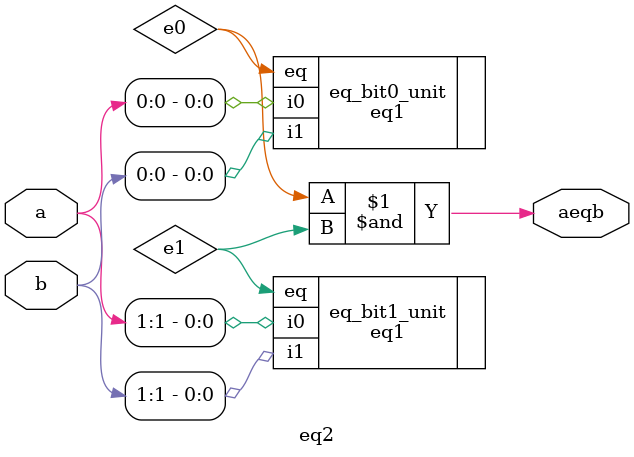
<source format=sv>
module eq2 (
    input logic [1:0] a, b,
    output logic aeqb
);

    logic e0, e1;

    eq1 eq_bit0_unit (
        .i0(a[0]),
        .i1(b[0]),
        .eq(e0)
    );

    eq1 eq_bit1_unit (
        .i0(a[1]),
        .i1(b[1]),
        .eq(e1)
    );

    assign aeqb = e0 & e1;
    
endmodule
</source>
